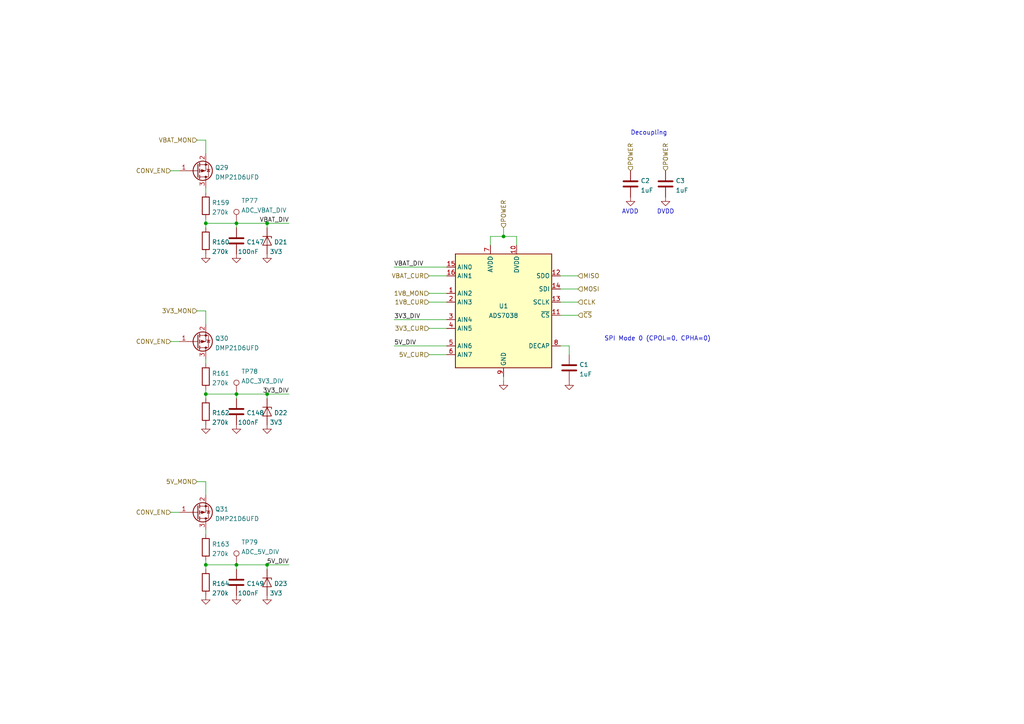
<source format=kicad_sch>
(kicad_sch (version 20210621) (generator eeschema)
  (paper "A4")
  (title_block (title "BUTCube - EPS") (date "2021-06-01") (rev "v1.0") (company "VUT - FIT(STRaDe) & FME(IAE & IPE)") (comment 1 "Author: Petr Malaník"))
  (lib_symbols
    (symbol "Connector:TestPoint" (pin_numbers hide) (pin_names (offset 0.762) hide)
      (property "Reference" "TP" (at 0 6.858 0))
      (property "Value" "TestPoint" (at 0 5.08 0))
      (symbol "TestPoint_0_1"
        (circle (center 0 3.302) (radius 0.762))
      )
      (symbol "TestPoint_1_1"
        (pin passive line (at 0 0 90) (length 2.54) (name "1") (number "1"))
      )
    )
    (symbol "Device:C" (pin_numbers hide) (pin_names (offset 0.254))
      (property "Reference" "C" (at 0.635 2.54 0))
      (property "Value" "C" (at 0.635 -2.54 0))
      (symbol "C_0_1"
        (polyline (pts (xy -2.032 -0.762) (xy 2.032 -0.762)) (stroke (width 0.508)))
        (polyline (pts (xy -2.032 0.762) (xy 2.032 0.762)) (stroke (width 0.508)))
      )
      (symbol "C_1_1"
        (pin passive line (at 0 3.81 270) (length 2.794) (name "~") (number "1"))
        (pin passive line (at 0 -3.81 90) (length 2.794) (name "~") (number "2"))
      )
    )
    (symbol "Device:D_Zener" (pin_numbers hide) (pin_names (offset 1.016) hide)
      (property "Reference" "D" (at 0 2.54 0))
      (property "Value" "D_Zener" (at 0 -2.54 0))
      (symbol "D_Zener_0_1"
        (polyline (pts (xy 1.27 0) (xy -1.27 0)))
        (polyline (pts (xy -1.27 -1.27) (xy -1.27 1.27) (xy -0.762 1.27)) (stroke (width 0.2032)))
        (polyline (pts (xy 1.27 -1.27) (xy 1.27 1.27) (xy -1.27 0) (xy 1.27 -1.27)) (stroke (width 0.2032)))
      )
      (symbol "D_Zener_1_1"
        (pin passive line (at -3.81 0 0) (length 2.54) (name "K") (number "1"))
        (pin passive line (at 3.81 0 180) (length 2.54) (name "A") (number "2"))
      )
    )
    (symbol "Device:R" (pin_numbers hide) (pin_names (offset 0))
      (property "Reference" "R" (at 2.032 0 90))
      (property "Value" "R" (at 0 0 90))
      (symbol "R_0_1"
        (rectangle (start -1.016 -2.54) (end 1.016 2.54) (stroke (width 0.254)))
      )
      (symbol "R_1_1"
        (pin passive line (at 0 3.81 270) (length 1.27) (name "~") (number "1"))
        (pin passive line (at 0 -3.81 90) (length 1.27) (name "~") (number "2"))
      )
    )
    (symbol "TCY_IC:ADS7038"
      (property "Reference" "U" (at 0 0 0))
      (property "Value" "ADS7038" (at -3.81 -2.54 0))
      (symbol "ADS7038_0_1"
        (rectangle (start -13.97 16.51) (end 13.97 -16.51) (stroke (width 0.254)) (fill (type background)))
      )
      (symbol "ADS7038_1_1"
        (pin input line (at -16.51 5.08 0) (length 2.54) (name "AIN2") (number "1"))
        (pin power_in line (at 3.81 19.05 270) (length 2.54) (name "DVDD") (number "10"))
        (pin input line (at 16.51 -1.27 180) (length 2.54) (name "~{CS}") (number "11"))
        (pin tri_state line (at 16.51 10.16 180) (length 2.54) (name "SDO") (number "12"))
        (pin input line (at 16.51 2.54 180) (length 2.54) (name "SCLK") (number "13"))
        (pin input line (at 16.51 6.35 180) (length 2.54) (name "SDI") (number "14"))
        (pin input line (at -16.51 12.7 0) (length 2.54) (name "AIN0") (number "15"))
        (pin input line (at -16.51 10.16 0) (length 2.54) (name "AIN1") (number "16"))
        (pin passive line (at 0 -19.05 90) (length 2.54) hide (name "E_PAD") (number "17"))
        (pin input line (at -16.51 2.54 0) (length 2.54) (name "AIN3") (number "2"))
        (pin input line (at -16.51 -2.54 0) (length 2.54) (name "AIN4") (number "3"))
        (pin input line (at -16.51 -5.08 0) (length 2.54) (name "AIN5") (number "4"))
        (pin input line (at -16.51 -10.16 0) (length 2.54) (name "AIN6") (number "5"))
        (pin input line (at -16.51 -12.7 0) (length 2.54) (name "AIN7") (number "6"))
        (pin power_in line (at -3.81 19.05 270) (length 2.54) (name "AVDD") (number "7"))
        (pin passive line (at 16.51 -10.16 180) (length 2.54) (name "DECAP") (number "8"))
        (pin power_in line (at 0 -19.05 90) (length 2.54) (name "GND") (number "9"))
      )
    )
    (symbol "TCY_transistors:DMP21D6UFD" (pin_names (offset 0) hide)
      (property "Reference" "Q" (at 5.08 1.27 0))
      (property "Value" "DMP21D6UFD" (at -2.54 -15.24 0))
      (symbol "DMP21D6UFD_0_1"
        (circle (center 1.651 0) (radius 2.794) (stroke (width 0.254)))
        (circle (center 2.54 -1.778) (radius 0.254) (fill (type outline)))
        (circle (center 2.54 1.778) (radius 0.254) (fill (type outline)))
        (polyline (pts (xy 0.254 0) (xy -2.54 0)))
        (polyline (pts (xy 0.254 1.905) (xy 0.254 -1.905)) (stroke (width 0.254)))
        (polyline (pts (xy 0.762 -1.27) (xy 0.762 -2.286)) (stroke (width 0.254)))
        (polyline (pts (xy 0.762 0.508) (xy 0.762 -0.508)) (stroke (width 0.254)))
        (polyline (pts (xy 0.762 2.286) (xy 0.762 1.27)) (stroke (width 0.254)))
        (polyline (pts (xy 2.54 2.54) (xy 2.54 1.778)))
        (polyline (pts (xy 2.54 -2.54) (xy 2.54 0) (xy 0.762 0)))
        (polyline (pts (xy 0.762 1.778) (xy 3.302 1.778) (xy 3.302 -1.778) (xy 0.762 -1.778)))
        (polyline (pts (xy 2.794 -0.508) (xy 2.921 -0.381) (xy 3.683 -0.381) (xy 3.81 -0.254)))
        (polyline (pts (xy 3.302 -0.381) (xy 2.921 0.254) (xy 3.683 0.254) (xy 3.302 -0.381)))
        (polyline (pts (xy 2.286 0) (xy 1.27 0.381) (xy 1.27 -0.381) (xy 2.286 0)) (fill (type outline)))
      )
      (symbol "DMP21D6UFD_1_1"
        (pin input line (at -5.08 0 0) (length 2.54) (name "G") (number "1"))
        (pin passive line (at 2.54 -5.08 90) (length 2.54) (name "S") (number "2"))
        (pin passive line (at 2.54 5.08 270) (length 2.54) (name "D") (number "3"))
      )
    )
    (symbol "power:GND" (power) (pin_names (offset 0))
      (property "Value" "GND" (at 0 -3.81 0))
      (symbol "GND_0_1"
        (polyline (pts (xy 0 0) (xy 0 -1.27) (xy 1.27 -1.27) (xy 0 -2.54) (xy -1.27 -1.27) (xy 0 -1.27)))
      )
      (symbol "GND_1_1"
        (pin power_in line (at 0 0 270) (length 0) hide (name "GND") (number "1"))
      )
    )
  )
  (junction (at 59.69 64.77) (diameter 0.9144))
  (junction (at 59.69 114.3) (diameter 0.9144))
  (junction (at 59.69 163.83) (diameter 0.9144))
  (junction (at 68.58 64.77) (diameter 0.9144))
  (junction (at 68.58 114.3) (diameter 0.9144))
  (junction (at 68.58 163.83) (diameter 0.9144))
  (junction (at 77.47 64.77) (diameter 0.9144))
  (junction (at 77.47 114.3) (diameter 0.9144))
  (junction (at 77.47 163.83) (diameter 0.9144))
  (junction (at 146.05 68.58) (diameter 0.9144))
  (wire (pts (xy 49.53 49.53) (xy 52.07 49.53)))
  (wire (pts (xy 49.53 99.06) (xy 52.07 99.06)))
  (wire (pts (xy 49.53 148.59) (xy 52.07 148.59)))
  (wire (pts (xy 57.15 40.64) (xy 59.69 40.64)))
  (wire (pts (xy 57.15 90.17) (xy 59.69 90.17)))
  (wire (pts (xy 57.15 139.7) (xy 59.69 139.7)))
  (wire (pts (xy 59.69 40.64) (xy 59.69 44.45)))
  (wire (pts (xy 59.69 54.61) (xy 59.69 55.88)))
  (wire (pts (xy 59.69 63.5) (xy 59.69 64.77)))
  (wire (pts (xy 59.69 64.77) (xy 59.69 66.04)))
  (wire (pts (xy 59.69 64.77) (xy 68.58 64.77)))
  (wire (pts (xy 59.69 90.17) (xy 59.69 93.98)))
  (wire (pts (xy 59.69 104.14) (xy 59.69 105.41)))
  (wire (pts (xy 59.69 113.03) (xy 59.69 114.3)))
  (wire (pts (xy 59.69 114.3) (xy 59.69 115.57)))
  (wire (pts (xy 59.69 114.3) (xy 68.58 114.3)))
  (wire (pts (xy 59.69 139.7) (xy 59.69 143.51)))
  (wire (pts (xy 59.69 153.67) (xy 59.69 154.94)))
  (wire (pts (xy 59.69 162.56) (xy 59.69 163.83)))
  (wire (pts (xy 59.69 163.83) (xy 59.69 165.1)))
  (wire (pts (xy 59.69 163.83) (xy 68.58 163.83)))
  (wire (pts (xy 68.58 64.77) (xy 68.58 66.04)))
  (wire (pts (xy 68.58 64.77) (xy 77.47 64.77)))
  (wire (pts (xy 68.58 114.3) (xy 68.58 115.57)))
  (wire (pts (xy 68.58 114.3) (xy 77.47 114.3)))
  (wire (pts (xy 68.58 163.83) (xy 68.58 165.1)))
  (wire (pts (xy 68.58 163.83) (xy 77.47 163.83)))
  (wire (pts (xy 77.47 64.77) (xy 77.47 66.04)))
  (wire (pts (xy 77.47 64.77) (xy 83.82 64.77)))
  (wire (pts (xy 77.47 114.3) (xy 77.47 115.57)))
  (wire (pts (xy 77.47 114.3) (xy 83.82 114.3)))
  (wire (pts (xy 77.47 163.83) (xy 77.47 165.1)))
  (wire (pts (xy 77.47 163.83) (xy 83.82 163.83)))
  (wire (pts (xy 114.3 77.47) (xy 129.54 77.47)))
  (wire (pts (xy 114.3 92.71) (xy 129.54 92.71)))
  (wire (pts (xy 114.3 100.33) (xy 129.54 100.33)))
  (wire (pts (xy 124.46 80.01) (xy 129.54 80.01)))
  (wire (pts (xy 124.46 85.09) (xy 129.54 85.09)))
  (wire (pts (xy 124.46 87.63) (xy 129.54 87.63)))
  (wire (pts (xy 124.46 95.25) (xy 129.54 95.25)))
  (wire (pts (xy 124.46 102.87) (xy 129.54 102.87)))
  (wire (pts (xy 142.24 68.58) (xy 146.05 68.58)))
  (wire (pts (xy 142.24 71.12) (xy 142.24 68.58)))
  (wire (pts (xy 146.05 66.04) (xy 146.05 68.58)))
  (wire (pts (xy 146.05 109.22) (xy 146.05 110.49)))
  (wire (pts (xy 149.86 68.58) (xy 146.05 68.58)))
  (wire (pts (xy 149.86 71.12) (xy 149.86 68.58)))
  (wire (pts (xy 162.56 80.01) (xy 167.64 80.01)))
  (wire (pts (xy 162.56 83.82) (xy 167.64 83.82)))
  (wire (pts (xy 162.56 87.63) (xy 167.64 87.63)))
  (wire (pts (xy 162.56 91.44) (xy 167.64 91.44)))
  (wire (pts (xy 162.56 100.33) (xy 165.1 100.33)))
  (wire (pts (xy 165.1 100.33) (xy 165.1 102.87)))
  (text "SPI Mode 0 (CPOL=0, CPHA=0)" (at 175.26 99.06 0) (effects (font (size 1.27 1.27)) (justify left bottom)))
  (text "AVDD" (at 180.34 62.23 0) (effects (font (size 1.27 1.27)) (justify left bottom)))
  (text "Decoupling" (at 182.88 39.37 0) (effects (font (size 1.27 1.27)) (justify left bottom)))
  (text "DVDD" (at 190.5 62.23 0) (effects (font (size 1.27 1.27)) (justify left bottom)))
  (label "VBAT_DIV" (at 83.82 64.77 180))
  (label "3V3_DIV" (at 83.82 114.3 180))
  (label "5V_DIV" (at 83.82 163.83 180))
  (label "VBAT_DIV" (at 114.3 77.47 0))
  (label "3V3_DIV" (at 114.3 92.71 0))
  (label "5V_DIV" (at 114.3 100.33 0))
  (hierarchical_label "CONV_EN" (shape input) (at 49.53 49.53 180))
  (hierarchical_label "CONV_EN" (shape input) (at 49.53 99.06 180))
  (hierarchical_label "CONV_EN" (shape input) (at 49.53 148.59 180))
  (hierarchical_label "VBAT_MON" (shape input) (at 57.15 40.64 180))
  (hierarchical_label "3V3_MON" (shape input) (at 57.15 90.17 180))
  (hierarchical_label "5V_MON" (shape input) (at 57.15 139.7 180))
  (hierarchical_label "VBAT_CUR" (shape input) (at 124.46 80.01 180))
  (hierarchical_label "1V8_MON" (shape input) (at 124.46 85.09 180))
  (hierarchical_label "1V8_CUR" (shape input) (at 124.46 87.63 180))
  (hierarchical_label "3V3_CUR" (shape input) (at 124.46 95.25 180))
  (hierarchical_label "5V_CUR" (shape input) (at 124.46 102.87 180))
  (hierarchical_label "POWER" (shape input) (at 146.05 66.04 90))
  (hierarchical_label "MISO" (shape input) (at 167.64 80.01 0))
  (hierarchical_label "MOSI" (shape input) (at 167.64 83.82 0))
  (hierarchical_label "CLK" (shape input) (at 167.64 87.63 0))
  (hierarchical_label "~{CS}" (shape input) (at 167.64 91.44 0))
  (hierarchical_label "POWER" (shape input) (at 182.88 49.53 90))
  (hierarchical_label "POWER" (shape input) (at 193.04 49.53 90))
  (symbol (lib_id "Connector:TestPoint") (at 68.58 64.77 0)
    (property "Reference" "TP77" (at 69.9771 58.21 0) (effects (justify left)))
    (property "Value" "ADC_VBAT_DIV" (at 69.9771 60.9851 0) (effects (justify left)))
    (property "Footprint" "TCY_connectors:TestPoint_Pad_D0.5mm" (effects hide))
  )
  (symbol (lib_id "Connector:TestPoint") (at 68.58 114.3 0)
    (property "Reference" "TP78" (at 69.9771 107.74 0) (effects (justify left)))
    (property "Value" "ADC_3V3_DIV" (at 69.9771 110.5151 0) (effects (justify left)))
    (property "Footprint" "TCY_connectors:TestPoint_Pad_D0.5mm" (effects hide))
  )
  (symbol (lib_id "Connector:TestPoint") (at 68.58 163.83 0)
    (property "Reference" "TP79" (at 69.9771 157.27 0) (effects (justify left)))
    (property "Value" "ADC_5V_DIV" (at 69.9771 160.0451 0) (effects (justify left)))
    (property "Footprint" "TCY_connectors:TestPoint_Pad_D0.5mm" (effects hide))
  )
  (symbol (lib_id "power:GND") (at 59.69 73.66 0)
    (property "Reference" "#PWR0326" (effects hide))
    (property "Value" "GND" (effects hide))
  )
  (symbol (lib_id "power:GND") (at 59.69 123.19 0)
    (property "Reference" "#PWR0327" (effects hide))
    (property "Value" "GND" (effects hide))
  )
  (symbol (lib_id "power:GND") (at 59.69 172.72 0)
    (property "Reference" "#PWR0328" (effects hide))
    (property "Value" "GND" (effects hide))
  )
  (symbol (lib_id "power:GND") (at 68.58 73.66 0)
    (property "Reference" "#PWR0329" (effects hide))
    (property "Value" "GND" (effects hide))
  )
  (symbol (lib_id "power:GND") (at 68.58 123.19 0)
    (property "Reference" "#PWR0330" (effects hide))
    (property "Value" "GND" (effects hide))
  )
  (symbol (lib_id "power:GND") (at 68.58 172.72 0)
    (property "Reference" "#PWR0331" (effects hide))
    (property "Value" "GND" (effects hide))
  )
  (symbol (lib_id "power:GND") (at 77.47 73.66 0)
    (property "Reference" "#PWR0332" (effects hide))
    (property "Value" "GND" (effects hide))
  )
  (symbol (lib_id "power:GND") (at 77.47 123.19 0)
    (property "Reference" "#PWR0333" (effects hide))
    (property "Value" "GND" (effects hide))
  )
  (symbol (lib_id "power:GND") (at 77.47 172.72 0)
    (property "Reference" "#PWR0334" (effects hide))
    (property "Value" "GND" (effects hide))
  )
  (symbol (lib_id "power:GND") (at 146.05 110.49 0)
    (property "Reference" "#PWR017" (effects hide))
    (property "Value" "GND" (effects hide))
  )
  (symbol (lib_id "power:GND") (at 165.1 110.49 0)
    (property "Reference" "#PWR018" (effects hide))
    (property "Value" "GND" (effects hide))
  )
  (symbol (lib_id "power:GND") (at 182.88 57.15 0)
    (property "Reference" "#PWR019" (effects hide))
    (property "Value" "GND" (effects hide))
  )
  (symbol (lib_id "power:GND") (at 193.04 57.15 0)
    (property "Reference" "#PWR020" (effects hide))
    (property "Value" "GND" (effects hide))
  )
  (symbol (lib_id "Device:R") (at 59.69 59.69 0)
    (property "Reference" "R159" (at 61.4681 58.7815 0) (effects (justify left)))
    (property "Value" "270k" (at 61.4681 61.5566 0) (effects (justify left)))
    (property "Footprint" "TCY_passives:R_0603_1608Metric" (effects hide))
  )
  (symbol (lib_id "Device:R") (at 59.69 69.85 0)
    (property "Reference" "R160" (at 61.4681 70.2115 0) (effects (justify left)))
    (property "Value" "270k" (at 61.4681 72.9866 0) (effects (justify left)))
    (property "Footprint" "TCY_passives:R_0603_1608Metric" (effects hide))
  )
  (symbol (lib_id "Device:R") (at 59.69 109.22 0)
    (property "Reference" "R161" (at 61.4681 108.3115 0) (effects (justify left)))
    (property "Value" "270k" (at 61.4681 111.0866 0) (effects (justify left)))
    (property "Footprint" "TCY_passives:R_0603_1608Metric" (effects hide))
  )
  (symbol (lib_id "Device:R") (at 59.69 119.38 0)
    (property "Reference" "R162" (at 61.4681 119.7415 0) (effects (justify left)))
    (property "Value" "270k" (at 61.4681 122.5166 0) (effects (justify left)))
    (property "Footprint" "TCY_passives:R_0603_1608Metric" (effects hide))
  )
  (symbol (lib_id "Device:R") (at 59.69 158.75 0)
    (property "Reference" "R163" (at 61.4681 157.8415 0) (effects (justify left)))
    (property "Value" "270k" (at 61.4681 160.6166 0) (effects (justify left)))
    (property "Footprint" "TCY_passives:R_0603_1608Metric" (effects hide))
  )
  (symbol (lib_id "Device:R") (at 59.69 168.91 0)
    (property "Reference" "R164" (at 61.4681 169.2715 0) (effects (justify left)))
    (property "Value" "270k" (at 61.4681 172.0466 0) (effects (justify left)))
    (property "Footprint" "TCY_passives:R_0603_1608Metric" (effects hide))
  )
  (symbol (lib_id "Device:D_Zener") (at 77.47 69.85 270)
    (property "Reference" "D21" (at 79.4767 70.2115 90) (effects (justify left)))
    (property "Value" "3V3" (at 78.2067 72.9866 90) (effects (justify left)))
    (property "Footprint" "TCY_passives:D_0603_1608Metric" (effects hide))
  )
  (symbol (lib_id "Device:D_Zener") (at 77.47 119.38 270)
    (property "Reference" "D22" (at 79.4767 119.7415 90) (effects (justify left)))
    (property "Value" "3V3" (at 78.2067 122.5166 90) (effects (justify left)))
    (property "Footprint" "TCY_passives:D_0603_1608Metric" (effects hide))
  )
  (symbol (lib_id "Device:D_Zener") (at 77.47 168.91 270)
    (property "Reference" "D23" (at 79.4767 169.2715 90) (effects (justify left)))
    (property "Value" "3V3" (at 78.2067 172.0466 90) (effects (justify left)))
    (property "Footprint" "TCY_passives:D_0603_1608Metric" (effects hide))
  )
  (symbol (lib_id "Device:C") (at 68.58 69.85 0)
    (property "Reference" "C147" (at 71.5011 70.2115 0) (effects (justify left)))
    (property "Value" "100nF" (at 68.9611 72.9866 0) (effects (justify left)))
    (property "Footprint" "TCY_passives:C_0603_1608Metric" (effects hide))
  )
  (symbol (lib_id "Device:C") (at 68.58 119.38 0)
    (property "Reference" "C148" (at 71.5011 119.7415 0) (effects (justify left)))
    (property "Value" "100nF" (at 68.9611 122.5166 0) (effects (justify left)))
    (property "Footprint" "TCY_passives:C_0603_1608Metric" (effects hide))
  )
  (symbol (lib_id "Device:C") (at 68.58 168.91 0)
    (property "Reference" "C149" (at 71.5011 169.2715 0) (effects (justify left)))
    (property "Value" "100nF" (at 68.9611 172.0466 0) (effects (justify left)))
    (property "Footprint" "TCY_passives:C_0603_1608Metric" (effects hide))
  )
  (symbol (lib_id "Device:C") (at 165.1 106.68 0)
    (property "Reference" "C1" (at 168.0211 105.7715 0) (effects (justify left)))
    (property "Value" "1uF" (at 168.0211 108.5466 0) (effects (justify left)))
    (property "Footprint" "TCY_passives:C_0603_1608Metric" (effects hide))
  )
  (symbol (lib_id "Device:C") (at 182.88 53.34 0)
    (property "Reference" "C2" (at 185.8011 52.4315 0) (effects (justify left)))
    (property "Value" "1uF" (at 185.8011 55.2066 0) (effects (justify left)))
    (property "Footprint" "TCY_passives:C_0603_1608Metric" (effects hide))
  )
  (symbol (lib_id "Device:C") (at 193.04 53.34 0)
    (property "Reference" "C3" (at 195.9611 52.4315 0) (effects (justify left)))
    (property "Value" "1uF" (at 195.9611 55.2066 0) (effects (justify left)))
    (property "Footprint" "TCY_passives:C_0603_1608Metric" (effects hide))
  )
  (symbol (lib_id "TCY_transistors:DMP21D6UFD") (at 57.15 49.53 0) (mirror x)
    (property "Reference" "Q29" (at 62.3571 48.6215 0) (effects (justify left)))
    (property "Value" "DMP21D6UFD" (at 62.3571 51.3966 0) (effects (justify left)))
    (property "Footprint" "TCY_IC:DFN-3_1.2x1.2mm" (effects hide))
  )
  (symbol (lib_id "TCY_transistors:DMP21D6UFD") (at 57.15 99.06 0) (mirror x)
    (property "Reference" "Q30" (at 62.3571 98.1515 0) (effects (justify left)))
    (property "Value" "DMP21D6UFD" (at 62.3571 100.9266 0) (effects (justify left)))
    (property "Footprint" "TCY_IC:DFN-3_1.2x1.2mm" (effects hide))
  )
  (symbol (lib_id "TCY_transistors:DMP21D6UFD") (at 57.15 148.59 0) (mirror x)
    (property "Reference" "Q31" (at 62.3571 147.6815 0) (effects (justify left)))
    (property "Value" "DMP21D6UFD" (at 62.3571 150.4566 0) (effects (justify left)))
    (property "Footprint" "TCY_IC:DFN-3_1.2x1.2mm" (effects hide))
  )
  (symbol (lib_id "TCY_IC:ADS7038") (at 146.05 90.17 0)
    (property "Reference" "U1" (at 146.05 88.7636 0))
    (property "Value" "ADS7038" (at 146.05 91.5387 0))
    (property "Footprint" "Package_DFN_QFN:QFN-16-1EP_3x3mm_P0.5mm_EP1.7x1.7mm" (effects hide))
    (property "Datasheet" "https://www.ti.com/lit/ds/symlink/ads7038.pdf" (effects hide))
  )
)
</source>
